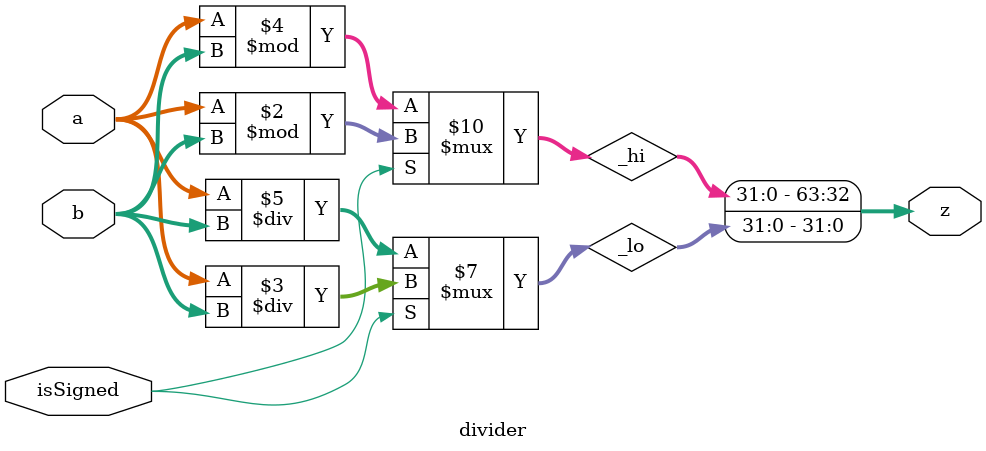
<source format=v>
`timescale 1ns / 1ps


module divider (
    input [31:0]a,
    input [31:0]b,
    input isSigned,
    output[63:0]z

);

// $signed(a) / $signed(b)

reg [31:0]_hi,_lo;
always @(*)
begin
if(isSigned)
begin
    _hi =  $signed(a)% $signed(b);
    _lo = $signed(a) / $signed(b);
   
end
else begin
   _hi = a%b;
   _lo = a/b;
end
end
assign  z = {_hi,_lo};
endmodule

</source>
